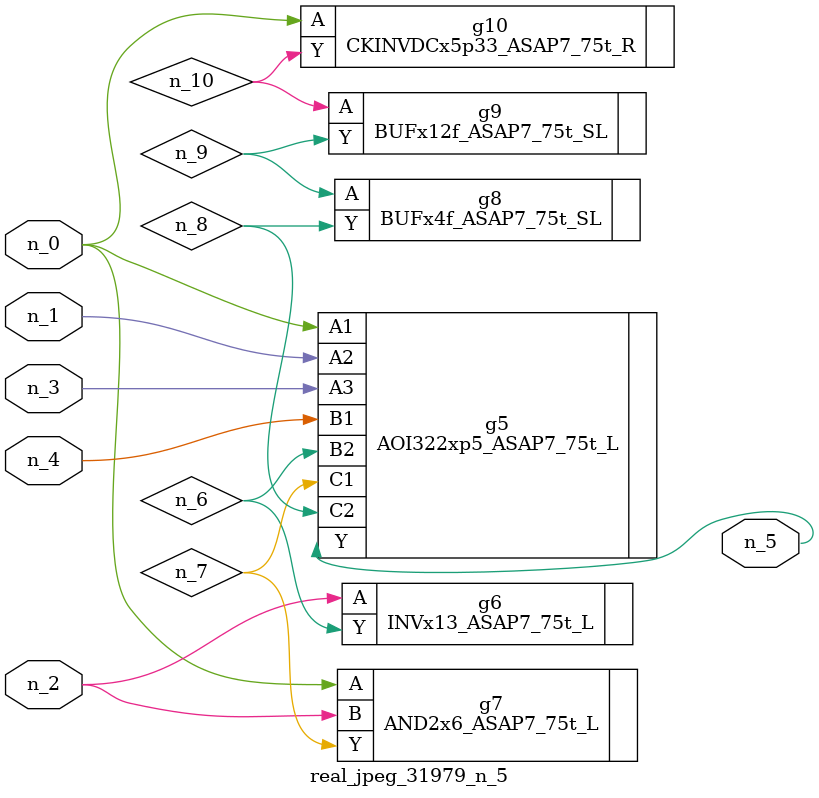
<source format=v>
module real_jpeg_31979_n_5 (n_4, n_0, n_1, n_2, n_3, n_5);

input n_4;
input n_0;
input n_1;
input n_2;
input n_3;

output n_5;

wire n_8;
wire n_6;
wire n_7;
wire n_10;
wire n_9;

AOI322xp5_ASAP7_75t_L g5 ( 
.A1(n_0),
.A2(n_1),
.A3(n_3),
.B1(n_4),
.B2(n_6),
.C1(n_7),
.C2(n_8),
.Y(n_5)
);

AND2x6_ASAP7_75t_L g7 ( 
.A(n_0),
.B(n_2),
.Y(n_7)
);

CKINVDCx5p33_ASAP7_75t_R g10 ( 
.A(n_0),
.Y(n_10)
);

INVx13_ASAP7_75t_L g6 ( 
.A(n_2),
.Y(n_6)
);

BUFx4f_ASAP7_75t_SL g8 ( 
.A(n_9),
.Y(n_8)
);

BUFx12f_ASAP7_75t_SL g9 ( 
.A(n_10),
.Y(n_9)
);


endmodule
</source>
